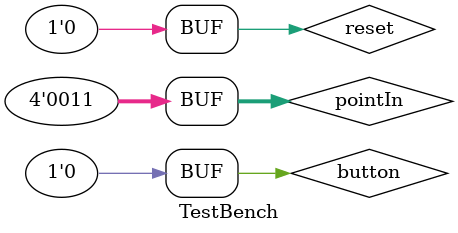
<source format=v>
module TestBench;

 reg reset;
 reg [3:0]pointIn;
 reg button;

 wire [10:0] pointAll;
 wire [5:0]  point1Test;
 wire [5:0]  point2Test;
 wire [5:0]  point3Test;
 wire [5:0]  point4Test;
 wire [5:0]  point5Test;
 wire [5:0]  point6Test;
 wire [5:0]  point7Test;
 wire [5:0]  point8Test;
 wire [5:0]  point9Test;
 wire [5:0]  point10Test;

Bowling bowling(reset,pointIn,button,pointAll,point1Test,point2Test,point3Test,point4Test,point5Test,point6Test,point7Test,point8Test,point9Test,point10Test);
initial begin
	reset <= 0; pointIn <= 3;
	#10 reset <= 1;
	#10 reset <= 0 ;
	
	#20 pointIn <= 10;
	#50 button <= 1;
	#30 button <= 0;
	
	#20 pointIn <= 7;
	#30 button <= 1;
	#20 button <= 0;
	
	#20 pointIn <= 3;
	#30 button <= 1;
	#20 button <= 0;
	
	#20 pointIn <= 3;
	#30 button <= 1;
	#20 button <= 0;
	
	#20 pointIn <= 4;
	#30 button <= 1;
	#20 button <= 0;
	
	#20 pointIn <= 3;
	#30 button <= 1;
	#20 button <= 0;
	
	#20 pointIn <= 5;
	#30 button <= 1;
	#20 button <= 0;
	
	#20 pointIn <= 2;
	#30 button <= 1;
	#20 button <= 0;
	/////////////////////////////////////
	#10 reset <= 1;
	#10 reset <= 0 ;
	
	#20 pointIn <= 3;
	#50 button <= 1;
	#30 button <= 0;
	
	#20 pointIn <= 7;
	#30 button <= 1;
	#20 button <= 0;
	
	#20 pointIn <= 2;
	#30 button <= 1;
	#20 button <= 0;
	
	#20 pointIn <= 3;
	#30 button <= 1;
	#20 button <= 0;
	
	#20 pointIn <= 4;
	#30 button <= 1;
	#20 button <= 0;
	
	#20 pointIn <= 3;
	#30 button <= 1;
	#20 button <= 0;
	
	#20 pointIn <= 5;
	#30 button <= 1;
	#20 button <= 0;
	
	#20 pointIn <= 2;
	#30 button <= 1;
	#20 button <= 0;
	
	#20 pointIn <= 1;
	#30 button <= 1;
	#20 button <= 0;
	
	#20 pointIn <= 3;
	#30 button <= 1;
	#20 button <= 0;
	
	#20 pointIn <= 2;
	#30 button <= 1;
	#20 button <= 0;
	
	#20 pointIn <= 1;
	#30 button <= 1;
	#20 button <= 0;
	
	#20 pointIn <= 7;
	#30 button <= 1;
	#20 button <= 0;
	
	/////////////////////////////////////
	#10 reset <= 1;
	#10 reset <= 0 ;
	
	#20 pointIn <= 3;
	#50 button <= 1;
	#30 button <= 0;
	
	#20 pointIn <= 5;
	#30 button <= 1;
	#20 button <= 0;
	
	#20 pointIn <= 2;
	#30 button <= 1;
	#20 button <= 0;
	
	#20 pointIn <= 3;
	#30 button <= 1;
	#20 button <= 0;
	
	#20 pointIn <= 4;
	#30 button <= 1;
	#20 button <= 0;
	
	#20 pointIn <= 3;
	#30 button <= 1;
	#20 button <= 0;
	
	#20 pointIn <= 5;
	#30 button <= 1;
	#20 button <= 0;
	
	#20 pointIn <= 2;
	#30 button <= 1;
	#20 button <= 0;
	
	#20 pointIn <= 1;
	#30 button <= 1;
	#20 button <= 0;
	
	#20 pointIn <= 3;
	#30 button <= 1;
	#20 button <= 0;
	
	#20 pointIn <= 2;
	#30 button <= 1;
	#20 button <= 0;
	
	#20 pointIn <= 1;
	#30 button <= 1;
	#20 button <= 0;
	
	#20 pointIn <= 7;
	#30 button <= 1;
	#20 button <= 0;
	
	
	
	#20 pointIn <= 1;
	#30 button <= 1;
	#20 button <= 0;
	
	#20 pointIn <= 3;
	#30 button <= 1;
	#20 button <= 0;
	
	#20 pointIn <= 5;
	#30 button <= 1;
	#20 button <= 0;
	
	#20 pointIn <= 2;
	#30 button <= 1;
	#20 button <= 0;
	
	#20 pointIn <= 3;
	#30 button <= 1;
	#20 button <= 0;
	
	#20 pointIn <= 3;
	#30 button <= 1;
	#20 button <= 0;
	
	#20 pointIn <= 5;
	#30 button <= 1;
	#20 button <= 0;
	
	#20 pointIn <= 2;
	#30 button <= 1;
	#20 button <= 0;
	
	#20 pointIn <= 3;
	#30 button <= 1;
	#20 button <= 0;
	
	#20 pointIn <= 3;
	#30 button <= 1;
	#20 button <= 0;
	
	


end

endmodule
</source>
